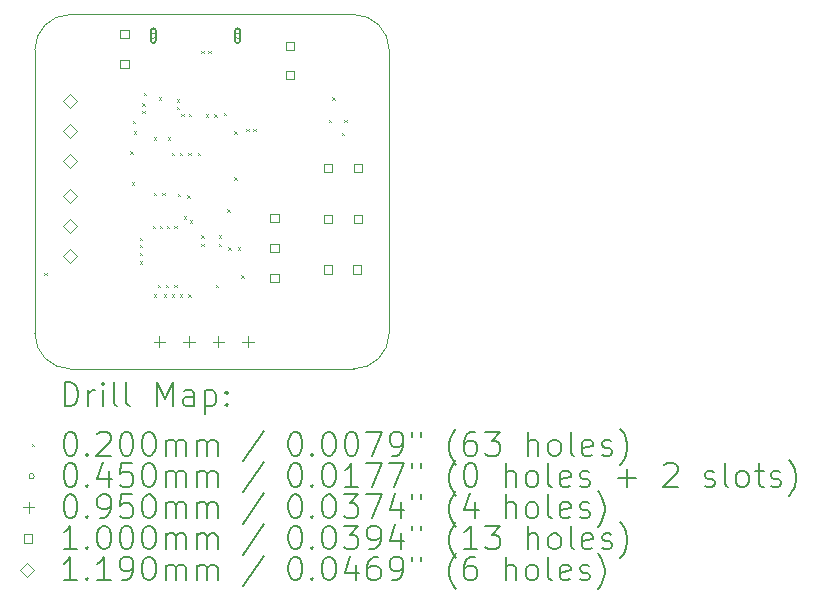
<source format=gbr>
%TF.GenerationSoftware,KiCad,Pcbnew,(6.0.7)*%
%TF.CreationDate,2022-10-27T11:51:33+02:00*%
%TF.ProjectId,reservoirCon,72657365-7276-46f6-9972-436f6e2e6b69,rev?*%
%TF.SameCoordinates,Original*%
%TF.FileFunction,Drillmap*%
%TF.FilePolarity,Positive*%
%FSLAX45Y45*%
G04 Gerber Fmt 4.5, Leading zero omitted, Abs format (unit mm)*
G04 Created by KiCad (PCBNEW (6.0.7)) date 2022-10-27 11:51:33*
%MOMM*%
%LPD*%
G01*
G04 APERTURE LIST*
%ADD10C,0.100000*%
%ADD11C,0.200000*%
%ADD12C,0.020000*%
%ADD13C,0.045000*%
%ADD14C,0.095000*%
%ADD15C,0.119000*%
G04 APERTURE END LIST*
D10*
X16740000Y-9700000D02*
G75*
G03*
X16440000Y-9400000I-300000J0D01*
G01*
X16440000Y-12400000D02*
G75*
G03*
X16740000Y-12100000I0J300000D01*
G01*
X14040000Y-9400000D02*
G75*
G03*
X13740000Y-9700000I0J-300000D01*
G01*
X14040000Y-9400000D02*
X16440000Y-9400000D01*
X13740000Y-12100000D02*
G75*
G03*
X14040000Y-12400000I300000J0D01*
G01*
X13740000Y-12100000D02*
X13740000Y-9700000D01*
X14040000Y-12400000D02*
X16440000Y-12400000D01*
X16740000Y-12100000D02*
X16740000Y-9700000D01*
D11*
D12*
X13820000Y-11590000D02*
X13840000Y-11610000D01*
X13840000Y-11590000D02*
X13820000Y-11610000D01*
X14550000Y-10560000D02*
X14570000Y-10580000D01*
X14570000Y-10560000D02*
X14550000Y-10580000D01*
X14560000Y-10820000D02*
X14580000Y-10840000D01*
X14580000Y-10820000D02*
X14560000Y-10840000D01*
X14570000Y-10300756D02*
X14590000Y-10320756D01*
X14590000Y-10300756D02*
X14570000Y-10320756D01*
X14580000Y-10390000D02*
X14600000Y-10410000D01*
X14600000Y-10390000D02*
X14580000Y-10410000D01*
X14630000Y-11290000D02*
X14650000Y-11310000D01*
X14650000Y-11290000D02*
X14630000Y-11310000D01*
X14630000Y-11350000D02*
X14650000Y-11370000D01*
X14650000Y-11350000D02*
X14630000Y-11370000D01*
X14630000Y-11420000D02*
X14650000Y-11440000D01*
X14650000Y-11420000D02*
X14630000Y-11440000D01*
X14630000Y-11490000D02*
X14650000Y-11510000D01*
X14650000Y-11490000D02*
X14630000Y-11510000D01*
X14650000Y-10150756D02*
X14670000Y-10170756D01*
X14670000Y-10150756D02*
X14650000Y-10170756D01*
X14650000Y-10213406D02*
X14670000Y-10233406D01*
X14670000Y-10213406D02*
X14650000Y-10233406D01*
X14665471Y-10060756D02*
X14685471Y-10080756D01*
X14685471Y-10060756D02*
X14665471Y-10080756D01*
X14740000Y-11190000D02*
X14760000Y-11210000D01*
X14760000Y-11190000D02*
X14740000Y-11210000D01*
X14750000Y-10440000D02*
X14770000Y-10460000D01*
X14770000Y-10440000D02*
X14750000Y-10460000D01*
X14750000Y-10910000D02*
X14770000Y-10930000D01*
X14770000Y-10910000D02*
X14750000Y-10930000D01*
X14750000Y-11770000D02*
X14770000Y-11790000D01*
X14770000Y-11770000D02*
X14750000Y-11790000D01*
X14780000Y-11690000D02*
X14800000Y-11710000D01*
X14800000Y-11690000D02*
X14780000Y-11710000D01*
X14790000Y-10100756D02*
X14810000Y-10120756D01*
X14810000Y-10100756D02*
X14790000Y-10120756D01*
X14800000Y-11190000D02*
X14820000Y-11210000D01*
X14820000Y-11190000D02*
X14800000Y-11210000D01*
X14820000Y-10910000D02*
X14840000Y-10930000D01*
X14840000Y-10910000D02*
X14820000Y-10930000D01*
X14830000Y-11770000D02*
X14850000Y-11790000D01*
X14850000Y-11770000D02*
X14830000Y-11790000D01*
X14850000Y-11690000D02*
X14870000Y-11710000D01*
X14870000Y-11690000D02*
X14850000Y-11710000D01*
X14860000Y-11190000D02*
X14880000Y-11210000D01*
X14880000Y-11190000D02*
X14860000Y-11210000D01*
X14864842Y-10440000D02*
X14884842Y-10460000D01*
X14884842Y-10440000D02*
X14864842Y-10460000D01*
X14900000Y-10570000D02*
X14920000Y-10590000D01*
X14920000Y-10570000D02*
X14900000Y-10590000D01*
X14900000Y-11770000D02*
X14920000Y-11790000D01*
X14920000Y-11770000D02*
X14900000Y-11790000D01*
X14920000Y-11190000D02*
X14940000Y-11210000D01*
X14940000Y-11190000D02*
X14920000Y-11210000D01*
X14920000Y-11690000D02*
X14940000Y-11710000D01*
X14940000Y-11690000D02*
X14920000Y-11710000D01*
X14940150Y-10119162D02*
X14960150Y-10139162D01*
X14960150Y-10119162D02*
X14940150Y-10139162D01*
X14941791Y-10181791D02*
X14961791Y-10201791D01*
X14961791Y-10181791D02*
X14941791Y-10201791D01*
X14950000Y-10920000D02*
X14970000Y-10940000D01*
X14970000Y-10920000D02*
X14950000Y-10940000D01*
X14970000Y-10570000D02*
X14990000Y-10590000D01*
X14990000Y-10570000D02*
X14970000Y-10590000D01*
X14970000Y-11770000D02*
X14990000Y-11790000D01*
X14990000Y-11770000D02*
X14970000Y-11790000D01*
X14980000Y-10240000D02*
X15000000Y-10260000D01*
X15000000Y-10240000D02*
X14980000Y-10260000D01*
X15000000Y-11110000D02*
X15020000Y-11130000D01*
X15020000Y-11110000D02*
X15000000Y-11130000D01*
X15030000Y-10930000D02*
X15050000Y-10950000D01*
X15050000Y-10930000D02*
X15030000Y-10950000D01*
X15040000Y-10570000D02*
X15060000Y-10590000D01*
X15060000Y-10570000D02*
X15040000Y-10590000D01*
X15040000Y-11770000D02*
X15060000Y-11790000D01*
X15060000Y-11770000D02*
X15040000Y-11790000D01*
X15042650Y-10240000D02*
X15062650Y-10260000D01*
X15062650Y-10240000D02*
X15042650Y-10260000D01*
X15053722Y-11142233D02*
X15073722Y-11162233D01*
X15073722Y-11142233D02*
X15053722Y-11162233D01*
X15120000Y-10570000D02*
X15140000Y-10590000D01*
X15140000Y-10570000D02*
X15120000Y-10590000D01*
X15150000Y-9710000D02*
X15170000Y-9730000D01*
X15170000Y-9710000D02*
X15150000Y-9730000D01*
X15150000Y-11270000D02*
X15170000Y-11290000D01*
X15170000Y-11270000D02*
X15150000Y-11290000D01*
X15150000Y-11340000D02*
X15170000Y-11360000D01*
X15170000Y-11340000D02*
X15150000Y-11360000D01*
X15190000Y-10245538D02*
X15210000Y-10265538D01*
X15210000Y-10245538D02*
X15190000Y-10265538D01*
X15210000Y-9710000D02*
X15230000Y-9730000D01*
X15230000Y-9710000D02*
X15210000Y-9730000D01*
X15260000Y-10244850D02*
X15280000Y-10264850D01*
X15280000Y-10244850D02*
X15260000Y-10264850D01*
X15270000Y-11690000D02*
X15290000Y-11710000D01*
X15290000Y-11690000D02*
X15270000Y-11710000D01*
X15300000Y-11270000D02*
X15320000Y-11290000D01*
X15320000Y-11270000D02*
X15300000Y-11290000D01*
X15300000Y-11340000D02*
X15320000Y-11360000D01*
X15320000Y-11340000D02*
X15300000Y-11360000D01*
X15340000Y-10230000D02*
X15360000Y-10250000D01*
X15360000Y-10230000D02*
X15340000Y-10250000D01*
X15370000Y-11050000D02*
X15390000Y-11070000D01*
X15390000Y-11050000D02*
X15370000Y-11070000D01*
X15380000Y-11370000D02*
X15400000Y-11390000D01*
X15400000Y-11370000D02*
X15380000Y-11390000D01*
X15430000Y-10390000D02*
X15450000Y-10410000D01*
X15450000Y-10390000D02*
X15430000Y-10410000D01*
X15430000Y-10780000D02*
X15450000Y-10800000D01*
X15450000Y-10780000D02*
X15430000Y-10800000D01*
X15460000Y-11370000D02*
X15480000Y-11390000D01*
X15480000Y-11370000D02*
X15460000Y-11390000D01*
X15490000Y-11607500D02*
X15510000Y-11627500D01*
X15510000Y-11607500D02*
X15490000Y-11627500D01*
X15530000Y-10370000D02*
X15550000Y-10390000D01*
X15550000Y-10370000D02*
X15530000Y-10390000D01*
X15590000Y-10370000D02*
X15610000Y-10390000D01*
X15610000Y-10370000D02*
X15590000Y-10390000D01*
X16230000Y-10290000D02*
X16250000Y-10310000D01*
X16250000Y-10290000D02*
X16230000Y-10310000D01*
X16260000Y-10100000D02*
X16280000Y-10120000D01*
X16280000Y-10100000D02*
X16260000Y-10120000D01*
X16340925Y-10399500D02*
X16360925Y-10419500D01*
X16360925Y-10399500D02*
X16340925Y-10419500D01*
X16360000Y-10290000D02*
X16380000Y-10310000D01*
X16380000Y-10290000D02*
X16360000Y-10310000D01*
D13*
X14765000Y-9580000D02*
G75*
G03*
X14765000Y-9580000I-22500J0D01*
G01*
D11*
X14765000Y-9620000D02*
X14765000Y-9540000D01*
X14720000Y-9620000D02*
X14720000Y-9540000D01*
X14765000Y-9540000D02*
G75*
G03*
X14720000Y-9540000I-22500J0D01*
G01*
X14720000Y-9620000D02*
G75*
G03*
X14765000Y-9620000I22500J0D01*
G01*
D13*
X15480000Y-9580000D02*
G75*
G03*
X15480000Y-9580000I-22500J0D01*
G01*
D11*
X15435000Y-9540000D02*
X15435000Y-9620000D01*
X15480000Y-9540000D02*
X15480000Y-9620000D01*
X15435000Y-9620000D02*
G75*
G03*
X15480000Y-9620000I22500J0D01*
G01*
X15480000Y-9540000D02*
G75*
G03*
X15435000Y-9540000I-22500J0D01*
G01*
D14*
X14795000Y-12122500D02*
X14795000Y-12217500D01*
X14747500Y-12170000D02*
X14842500Y-12170000D01*
X15045000Y-12122500D02*
X15045000Y-12217500D01*
X14997500Y-12170000D02*
X15092500Y-12170000D01*
X15295000Y-12122500D02*
X15295000Y-12217500D01*
X15247500Y-12170000D02*
X15342500Y-12170000D01*
X15545000Y-12122500D02*
X15545000Y-12217500D01*
X15497500Y-12170000D02*
X15592500Y-12170000D01*
D10*
X14535356Y-9601356D02*
X14535356Y-9530644D01*
X14464644Y-9530644D01*
X14464644Y-9601356D01*
X14535356Y-9601356D01*
X14535356Y-9855356D02*
X14535356Y-9784644D01*
X14464644Y-9784644D01*
X14464644Y-9855356D01*
X14535356Y-9855356D01*
X15805356Y-11159856D02*
X15805356Y-11089144D01*
X15734644Y-11089144D01*
X15734644Y-11159856D01*
X15805356Y-11159856D01*
X15805356Y-11413856D02*
X15805356Y-11343144D01*
X15734644Y-11343144D01*
X15734644Y-11413856D01*
X15805356Y-11413856D01*
X15805356Y-11667856D02*
X15805356Y-11597144D01*
X15734644Y-11597144D01*
X15734644Y-11667856D01*
X15805356Y-11667856D01*
X15935356Y-9700356D02*
X15935356Y-9629644D01*
X15864644Y-9629644D01*
X15864644Y-9700356D01*
X15935356Y-9700356D01*
X15935356Y-9950356D02*
X15935356Y-9879644D01*
X15864644Y-9879644D01*
X15864644Y-9950356D01*
X15935356Y-9950356D01*
X16255356Y-11595356D02*
X16255356Y-11524644D01*
X16184644Y-11524644D01*
X16184644Y-11595356D01*
X16255356Y-11595356D01*
X16260356Y-10735356D02*
X16260356Y-10664644D01*
X16189644Y-10664644D01*
X16189644Y-10735356D01*
X16260356Y-10735356D01*
X16260356Y-11165356D02*
X16260356Y-11094644D01*
X16189644Y-11094644D01*
X16189644Y-11165356D01*
X16260356Y-11165356D01*
X16505356Y-11595356D02*
X16505356Y-11524644D01*
X16434644Y-11524644D01*
X16434644Y-11595356D01*
X16505356Y-11595356D01*
X16510356Y-10735356D02*
X16510356Y-10664644D01*
X16439644Y-10664644D01*
X16439644Y-10735356D01*
X16510356Y-10735356D01*
X16510356Y-11165356D02*
X16510356Y-11094644D01*
X16439644Y-11094644D01*
X16439644Y-11165356D01*
X16510356Y-11165356D01*
D15*
X14042000Y-10195500D02*
X14101500Y-10136000D01*
X14042000Y-10076500D01*
X13982500Y-10136000D01*
X14042000Y-10195500D01*
X14042000Y-10449500D02*
X14101500Y-10390000D01*
X14042000Y-10330500D01*
X13982500Y-10390000D01*
X14042000Y-10449500D01*
X14042000Y-10703500D02*
X14101500Y-10644000D01*
X14042000Y-10584500D01*
X13982500Y-10644000D01*
X14042000Y-10703500D01*
X14042000Y-10995500D02*
X14101500Y-10936000D01*
X14042000Y-10876500D01*
X13982500Y-10936000D01*
X14042000Y-10995500D01*
X14042000Y-11249500D02*
X14101500Y-11190000D01*
X14042000Y-11130500D01*
X13982500Y-11190000D01*
X14042000Y-11249500D01*
X14042000Y-11503500D02*
X14101500Y-11444000D01*
X14042000Y-11384500D01*
X13982500Y-11444000D01*
X14042000Y-11503500D01*
D11*
X13992619Y-12715476D02*
X13992619Y-12515476D01*
X14040238Y-12515476D01*
X14068809Y-12525000D01*
X14087857Y-12544048D01*
X14097381Y-12563095D01*
X14106905Y-12601190D01*
X14106905Y-12629762D01*
X14097381Y-12667857D01*
X14087857Y-12686905D01*
X14068809Y-12705952D01*
X14040238Y-12715476D01*
X13992619Y-12715476D01*
X14192619Y-12715476D02*
X14192619Y-12582143D01*
X14192619Y-12620238D02*
X14202143Y-12601190D01*
X14211667Y-12591667D01*
X14230714Y-12582143D01*
X14249762Y-12582143D01*
X14316428Y-12715476D02*
X14316428Y-12582143D01*
X14316428Y-12515476D02*
X14306905Y-12525000D01*
X14316428Y-12534524D01*
X14325952Y-12525000D01*
X14316428Y-12515476D01*
X14316428Y-12534524D01*
X14440238Y-12715476D02*
X14421190Y-12705952D01*
X14411667Y-12686905D01*
X14411667Y-12515476D01*
X14545000Y-12715476D02*
X14525952Y-12705952D01*
X14516428Y-12686905D01*
X14516428Y-12515476D01*
X14773571Y-12715476D02*
X14773571Y-12515476D01*
X14840238Y-12658333D01*
X14906905Y-12515476D01*
X14906905Y-12715476D01*
X15087857Y-12715476D02*
X15087857Y-12610714D01*
X15078333Y-12591667D01*
X15059286Y-12582143D01*
X15021190Y-12582143D01*
X15002143Y-12591667D01*
X15087857Y-12705952D02*
X15068809Y-12715476D01*
X15021190Y-12715476D01*
X15002143Y-12705952D01*
X14992619Y-12686905D01*
X14992619Y-12667857D01*
X15002143Y-12648809D01*
X15021190Y-12639286D01*
X15068809Y-12639286D01*
X15087857Y-12629762D01*
X15183095Y-12582143D02*
X15183095Y-12782143D01*
X15183095Y-12591667D02*
X15202143Y-12582143D01*
X15240238Y-12582143D01*
X15259286Y-12591667D01*
X15268809Y-12601190D01*
X15278333Y-12620238D01*
X15278333Y-12677381D01*
X15268809Y-12696428D01*
X15259286Y-12705952D01*
X15240238Y-12715476D01*
X15202143Y-12715476D01*
X15183095Y-12705952D01*
X15364048Y-12696428D02*
X15373571Y-12705952D01*
X15364048Y-12715476D01*
X15354524Y-12705952D01*
X15364048Y-12696428D01*
X15364048Y-12715476D01*
X15364048Y-12591667D02*
X15373571Y-12601190D01*
X15364048Y-12610714D01*
X15354524Y-12601190D01*
X15364048Y-12591667D01*
X15364048Y-12610714D01*
D12*
X13715000Y-13035000D02*
X13735000Y-13055000D01*
X13735000Y-13035000D02*
X13715000Y-13055000D01*
D11*
X14030714Y-12935476D02*
X14049762Y-12935476D01*
X14068809Y-12945000D01*
X14078333Y-12954524D01*
X14087857Y-12973571D01*
X14097381Y-13011667D01*
X14097381Y-13059286D01*
X14087857Y-13097381D01*
X14078333Y-13116428D01*
X14068809Y-13125952D01*
X14049762Y-13135476D01*
X14030714Y-13135476D01*
X14011667Y-13125952D01*
X14002143Y-13116428D01*
X13992619Y-13097381D01*
X13983095Y-13059286D01*
X13983095Y-13011667D01*
X13992619Y-12973571D01*
X14002143Y-12954524D01*
X14011667Y-12945000D01*
X14030714Y-12935476D01*
X14183095Y-13116428D02*
X14192619Y-13125952D01*
X14183095Y-13135476D01*
X14173571Y-13125952D01*
X14183095Y-13116428D01*
X14183095Y-13135476D01*
X14268809Y-12954524D02*
X14278333Y-12945000D01*
X14297381Y-12935476D01*
X14345000Y-12935476D01*
X14364048Y-12945000D01*
X14373571Y-12954524D01*
X14383095Y-12973571D01*
X14383095Y-12992619D01*
X14373571Y-13021190D01*
X14259286Y-13135476D01*
X14383095Y-13135476D01*
X14506905Y-12935476D02*
X14525952Y-12935476D01*
X14545000Y-12945000D01*
X14554524Y-12954524D01*
X14564048Y-12973571D01*
X14573571Y-13011667D01*
X14573571Y-13059286D01*
X14564048Y-13097381D01*
X14554524Y-13116428D01*
X14545000Y-13125952D01*
X14525952Y-13135476D01*
X14506905Y-13135476D01*
X14487857Y-13125952D01*
X14478333Y-13116428D01*
X14468809Y-13097381D01*
X14459286Y-13059286D01*
X14459286Y-13011667D01*
X14468809Y-12973571D01*
X14478333Y-12954524D01*
X14487857Y-12945000D01*
X14506905Y-12935476D01*
X14697381Y-12935476D02*
X14716428Y-12935476D01*
X14735476Y-12945000D01*
X14745000Y-12954524D01*
X14754524Y-12973571D01*
X14764048Y-13011667D01*
X14764048Y-13059286D01*
X14754524Y-13097381D01*
X14745000Y-13116428D01*
X14735476Y-13125952D01*
X14716428Y-13135476D01*
X14697381Y-13135476D01*
X14678333Y-13125952D01*
X14668809Y-13116428D01*
X14659286Y-13097381D01*
X14649762Y-13059286D01*
X14649762Y-13011667D01*
X14659286Y-12973571D01*
X14668809Y-12954524D01*
X14678333Y-12945000D01*
X14697381Y-12935476D01*
X14849762Y-13135476D02*
X14849762Y-13002143D01*
X14849762Y-13021190D02*
X14859286Y-13011667D01*
X14878333Y-13002143D01*
X14906905Y-13002143D01*
X14925952Y-13011667D01*
X14935476Y-13030714D01*
X14935476Y-13135476D01*
X14935476Y-13030714D02*
X14945000Y-13011667D01*
X14964048Y-13002143D01*
X14992619Y-13002143D01*
X15011667Y-13011667D01*
X15021190Y-13030714D01*
X15021190Y-13135476D01*
X15116428Y-13135476D02*
X15116428Y-13002143D01*
X15116428Y-13021190D02*
X15125952Y-13011667D01*
X15145000Y-13002143D01*
X15173571Y-13002143D01*
X15192619Y-13011667D01*
X15202143Y-13030714D01*
X15202143Y-13135476D01*
X15202143Y-13030714D02*
X15211667Y-13011667D01*
X15230714Y-13002143D01*
X15259286Y-13002143D01*
X15278333Y-13011667D01*
X15287857Y-13030714D01*
X15287857Y-13135476D01*
X15678333Y-12925952D02*
X15506905Y-13183095D01*
X15935476Y-12935476D02*
X15954524Y-12935476D01*
X15973571Y-12945000D01*
X15983095Y-12954524D01*
X15992619Y-12973571D01*
X16002143Y-13011667D01*
X16002143Y-13059286D01*
X15992619Y-13097381D01*
X15983095Y-13116428D01*
X15973571Y-13125952D01*
X15954524Y-13135476D01*
X15935476Y-13135476D01*
X15916428Y-13125952D01*
X15906905Y-13116428D01*
X15897381Y-13097381D01*
X15887857Y-13059286D01*
X15887857Y-13011667D01*
X15897381Y-12973571D01*
X15906905Y-12954524D01*
X15916428Y-12945000D01*
X15935476Y-12935476D01*
X16087857Y-13116428D02*
X16097381Y-13125952D01*
X16087857Y-13135476D01*
X16078333Y-13125952D01*
X16087857Y-13116428D01*
X16087857Y-13135476D01*
X16221190Y-12935476D02*
X16240238Y-12935476D01*
X16259286Y-12945000D01*
X16268809Y-12954524D01*
X16278333Y-12973571D01*
X16287857Y-13011667D01*
X16287857Y-13059286D01*
X16278333Y-13097381D01*
X16268809Y-13116428D01*
X16259286Y-13125952D01*
X16240238Y-13135476D01*
X16221190Y-13135476D01*
X16202143Y-13125952D01*
X16192619Y-13116428D01*
X16183095Y-13097381D01*
X16173571Y-13059286D01*
X16173571Y-13011667D01*
X16183095Y-12973571D01*
X16192619Y-12954524D01*
X16202143Y-12945000D01*
X16221190Y-12935476D01*
X16411667Y-12935476D02*
X16430714Y-12935476D01*
X16449762Y-12945000D01*
X16459286Y-12954524D01*
X16468809Y-12973571D01*
X16478333Y-13011667D01*
X16478333Y-13059286D01*
X16468809Y-13097381D01*
X16459286Y-13116428D01*
X16449762Y-13125952D01*
X16430714Y-13135476D01*
X16411667Y-13135476D01*
X16392619Y-13125952D01*
X16383095Y-13116428D01*
X16373571Y-13097381D01*
X16364048Y-13059286D01*
X16364048Y-13011667D01*
X16373571Y-12973571D01*
X16383095Y-12954524D01*
X16392619Y-12945000D01*
X16411667Y-12935476D01*
X16545000Y-12935476D02*
X16678333Y-12935476D01*
X16592619Y-13135476D01*
X16764048Y-13135476D02*
X16802143Y-13135476D01*
X16821190Y-13125952D01*
X16830714Y-13116428D01*
X16849762Y-13087857D01*
X16859286Y-13049762D01*
X16859286Y-12973571D01*
X16849762Y-12954524D01*
X16840238Y-12945000D01*
X16821190Y-12935476D01*
X16783095Y-12935476D01*
X16764048Y-12945000D01*
X16754524Y-12954524D01*
X16745000Y-12973571D01*
X16745000Y-13021190D01*
X16754524Y-13040238D01*
X16764048Y-13049762D01*
X16783095Y-13059286D01*
X16821190Y-13059286D01*
X16840238Y-13049762D01*
X16849762Y-13040238D01*
X16859286Y-13021190D01*
X16935476Y-12935476D02*
X16935476Y-12973571D01*
X17011667Y-12935476D02*
X17011667Y-12973571D01*
X17306905Y-13211667D02*
X17297381Y-13202143D01*
X17278333Y-13173571D01*
X17268810Y-13154524D01*
X17259286Y-13125952D01*
X17249762Y-13078333D01*
X17249762Y-13040238D01*
X17259286Y-12992619D01*
X17268810Y-12964048D01*
X17278333Y-12945000D01*
X17297381Y-12916428D01*
X17306905Y-12906905D01*
X17468810Y-12935476D02*
X17430714Y-12935476D01*
X17411667Y-12945000D01*
X17402143Y-12954524D01*
X17383095Y-12983095D01*
X17373571Y-13021190D01*
X17373571Y-13097381D01*
X17383095Y-13116428D01*
X17392619Y-13125952D01*
X17411667Y-13135476D01*
X17449762Y-13135476D01*
X17468810Y-13125952D01*
X17478333Y-13116428D01*
X17487857Y-13097381D01*
X17487857Y-13049762D01*
X17478333Y-13030714D01*
X17468810Y-13021190D01*
X17449762Y-13011667D01*
X17411667Y-13011667D01*
X17392619Y-13021190D01*
X17383095Y-13030714D01*
X17373571Y-13049762D01*
X17554524Y-12935476D02*
X17678333Y-12935476D01*
X17611667Y-13011667D01*
X17640238Y-13011667D01*
X17659286Y-13021190D01*
X17668810Y-13030714D01*
X17678333Y-13049762D01*
X17678333Y-13097381D01*
X17668810Y-13116428D01*
X17659286Y-13125952D01*
X17640238Y-13135476D01*
X17583095Y-13135476D01*
X17564048Y-13125952D01*
X17554524Y-13116428D01*
X17916429Y-13135476D02*
X17916429Y-12935476D01*
X18002143Y-13135476D02*
X18002143Y-13030714D01*
X17992619Y-13011667D01*
X17973571Y-13002143D01*
X17945000Y-13002143D01*
X17925952Y-13011667D01*
X17916429Y-13021190D01*
X18125952Y-13135476D02*
X18106905Y-13125952D01*
X18097381Y-13116428D01*
X18087857Y-13097381D01*
X18087857Y-13040238D01*
X18097381Y-13021190D01*
X18106905Y-13011667D01*
X18125952Y-13002143D01*
X18154524Y-13002143D01*
X18173571Y-13011667D01*
X18183095Y-13021190D01*
X18192619Y-13040238D01*
X18192619Y-13097381D01*
X18183095Y-13116428D01*
X18173571Y-13125952D01*
X18154524Y-13135476D01*
X18125952Y-13135476D01*
X18306905Y-13135476D02*
X18287857Y-13125952D01*
X18278333Y-13106905D01*
X18278333Y-12935476D01*
X18459286Y-13125952D02*
X18440238Y-13135476D01*
X18402143Y-13135476D01*
X18383095Y-13125952D01*
X18373571Y-13106905D01*
X18373571Y-13030714D01*
X18383095Y-13011667D01*
X18402143Y-13002143D01*
X18440238Y-13002143D01*
X18459286Y-13011667D01*
X18468810Y-13030714D01*
X18468810Y-13049762D01*
X18373571Y-13068809D01*
X18545000Y-13125952D02*
X18564048Y-13135476D01*
X18602143Y-13135476D01*
X18621190Y-13125952D01*
X18630714Y-13106905D01*
X18630714Y-13097381D01*
X18621190Y-13078333D01*
X18602143Y-13068809D01*
X18573571Y-13068809D01*
X18554524Y-13059286D01*
X18545000Y-13040238D01*
X18545000Y-13030714D01*
X18554524Y-13011667D01*
X18573571Y-13002143D01*
X18602143Y-13002143D01*
X18621190Y-13011667D01*
X18697381Y-13211667D02*
X18706905Y-13202143D01*
X18725952Y-13173571D01*
X18735476Y-13154524D01*
X18745000Y-13125952D01*
X18754524Y-13078333D01*
X18754524Y-13040238D01*
X18745000Y-12992619D01*
X18735476Y-12964048D01*
X18725952Y-12945000D01*
X18706905Y-12916428D01*
X18697381Y-12906905D01*
D13*
X13735000Y-13309000D02*
G75*
G03*
X13735000Y-13309000I-22500J0D01*
G01*
D11*
X14030714Y-13199476D02*
X14049762Y-13199476D01*
X14068809Y-13209000D01*
X14078333Y-13218524D01*
X14087857Y-13237571D01*
X14097381Y-13275667D01*
X14097381Y-13323286D01*
X14087857Y-13361381D01*
X14078333Y-13380428D01*
X14068809Y-13389952D01*
X14049762Y-13399476D01*
X14030714Y-13399476D01*
X14011667Y-13389952D01*
X14002143Y-13380428D01*
X13992619Y-13361381D01*
X13983095Y-13323286D01*
X13983095Y-13275667D01*
X13992619Y-13237571D01*
X14002143Y-13218524D01*
X14011667Y-13209000D01*
X14030714Y-13199476D01*
X14183095Y-13380428D02*
X14192619Y-13389952D01*
X14183095Y-13399476D01*
X14173571Y-13389952D01*
X14183095Y-13380428D01*
X14183095Y-13399476D01*
X14364048Y-13266143D02*
X14364048Y-13399476D01*
X14316428Y-13189952D02*
X14268809Y-13332809D01*
X14392619Y-13332809D01*
X14564048Y-13199476D02*
X14468809Y-13199476D01*
X14459286Y-13294714D01*
X14468809Y-13285190D01*
X14487857Y-13275667D01*
X14535476Y-13275667D01*
X14554524Y-13285190D01*
X14564048Y-13294714D01*
X14573571Y-13313762D01*
X14573571Y-13361381D01*
X14564048Y-13380428D01*
X14554524Y-13389952D01*
X14535476Y-13399476D01*
X14487857Y-13399476D01*
X14468809Y-13389952D01*
X14459286Y-13380428D01*
X14697381Y-13199476D02*
X14716428Y-13199476D01*
X14735476Y-13209000D01*
X14745000Y-13218524D01*
X14754524Y-13237571D01*
X14764048Y-13275667D01*
X14764048Y-13323286D01*
X14754524Y-13361381D01*
X14745000Y-13380428D01*
X14735476Y-13389952D01*
X14716428Y-13399476D01*
X14697381Y-13399476D01*
X14678333Y-13389952D01*
X14668809Y-13380428D01*
X14659286Y-13361381D01*
X14649762Y-13323286D01*
X14649762Y-13275667D01*
X14659286Y-13237571D01*
X14668809Y-13218524D01*
X14678333Y-13209000D01*
X14697381Y-13199476D01*
X14849762Y-13399476D02*
X14849762Y-13266143D01*
X14849762Y-13285190D02*
X14859286Y-13275667D01*
X14878333Y-13266143D01*
X14906905Y-13266143D01*
X14925952Y-13275667D01*
X14935476Y-13294714D01*
X14935476Y-13399476D01*
X14935476Y-13294714D02*
X14945000Y-13275667D01*
X14964048Y-13266143D01*
X14992619Y-13266143D01*
X15011667Y-13275667D01*
X15021190Y-13294714D01*
X15021190Y-13399476D01*
X15116428Y-13399476D02*
X15116428Y-13266143D01*
X15116428Y-13285190D02*
X15125952Y-13275667D01*
X15145000Y-13266143D01*
X15173571Y-13266143D01*
X15192619Y-13275667D01*
X15202143Y-13294714D01*
X15202143Y-13399476D01*
X15202143Y-13294714D02*
X15211667Y-13275667D01*
X15230714Y-13266143D01*
X15259286Y-13266143D01*
X15278333Y-13275667D01*
X15287857Y-13294714D01*
X15287857Y-13399476D01*
X15678333Y-13189952D02*
X15506905Y-13447095D01*
X15935476Y-13199476D02*
X15954524Y-13199476D01*
X15973571Y-13209000D01*
X15983095Y-13218524D01*
X15992619Y-13237571D01*
X16002143Y-13275667D01*
X16002143Y-13323286D01*
X15992619Y-13361381D01*
X15983095Y-13380428D01*
X15973571Y-13389952D01*
X15954524Y-13399476D01*
X15935476Y-13399476D01*
X15916428Y-13389952D01*
X15906905Y-13380428D01*
X15897381Y-13361381D01*
X15887857Y-13323286D01*
X15887857Y-13275667D01*
X15897381Y-13237571D01*
X15906905Y-13218524D01*
X15916428Y-13209000D01*
X15935476Y-13199476D01*
X16087857Y-13380428D02*
X16097381Y-13389952D01*
X16087857Y-13399476D01*
X16078333Y-13389952D01*
X16087857Y-13380428D01*
X16087857Y-13399476D01*
X16221190Y-13199476D02*
X16240238Y-13199476D01*
X16259286Y-13209000D01*
X16268809Y-13218524D01*
X16278333Y-13237571D01*
X16287857Y-13275667D01*
X16287857Y-13323286D01*
X16278333Y-13361381D01*
X16268809Y-13380428D01*
X16259286Y-13389952D01*
X16240238Y-13399476D01*
X16221190Y-13399476D01*
X16202143Y-13389952D01*
X16192619Y-13380428D01*
X16183095Y-13361381D01*
X16173571Y-13323286D01*
X16173571Y-13275667D01*
X16183095Y-13237571D01*
X16192619Y-13218524D01*
X16202143Y-13209000D01*
X16221190Y-13199476D01*
X16478333Y-13399476D02*
X16364048Y-13399476D01*
X16421190Y-13399476D02*
X16421190Y-13199476D01*
X16402143Y-13228048D01*
X16383095Y-13247095D01*
X16364048Y-13256619D01*
X16545000Y-13199476D02*
X16678333Y-13199476D01*
X16592619Y-13399476D01*
X16735476Y-13199476D02*
X16868810Y-13199476D01*
X16783095Y-13399476D01*
X16935476Y-13199476D02*
X16935476Y-13237571D01*
X17011667Y-13199476D02*
X17011667Y-13237571D01*
X17306905Y-13475667D02*
X17297381Y-13466143D01*
X17278333Y-13437571D01*
X17268810Y-13418524D01*
X17259286Y-13389952D01*
X17249762Y-13342333D01*
X17249762Y-13304238D01*
X17259286Y-13256619D01*
X17268810Y-13228048D01*
X17278333Y-13209000D01*
X17297381Y-13180428D01*
X17306905Y-13170905D01*
X17421190Y-13199476D02*
X17440238Y-13199476D01*
X17459286Y-13209000D01*
X17468810Y-13218524D01*
X17478333Y-13237571D01*
X17487857Y-13275667D01*
X17487857Y-13323286D01*
X17478333Y-13361381D01*
X17468810Y-13380428D01*
X17459286Y-13389952D01*
X17440238Y-13399476D01*
X17421190Y-13399476D01*
X17402143Y-13389952D01*
X17392619Y-13380428D01*
X17383095Y-13361381D01*
X17373571Y-13323286D01*
X17373571Y-13275667D01*
X17383095Y-13237571D01*
X17392619Y-13218524D01*
X17402143Y-13209000D01*
X17421190Y-13199476D01*
X17725952Y-13399476D02*
X17725952Y-13199476D01*
X17811667Y-13399476D02*
X17811667Y-13294714D01*
X17802143Y-13275667D01*
X17783095Y-13266143D01*
X17754524Y-13266143D01*
X17735476Y-13275667D01*
X17725952Y-13285190D01*
X17935476Y-13399476D02*
X17916429Y-13389952D01*
X17906905Y-13380428D01*
X17897381Y-13361381D01*
X17897381Y-13304238D01*
X17906905Y-13285190D01*
X17916429Y-13275667D01*
X17935476Y-13266143D01*
X17964048Y-13266143D01*
X17983095Y-13275667D01*
X17992619Y-13285190D01*
X18002143Y-13304238D01*
X18002143Y-13361381D01*
X17992619Y-13380428D01*
X17983095Y-13389952D01*
X17964048Y-13399476D01*
X17935476Y-13399476D01*
X18116429Y-13399476D02*
X18097381Y-13389952D01*
X18087857Y-13370905D01*
X18087857Y-13199476D01*
X18268810Y-13389952D02*
X18249762Y-13399476D01*
X18211667Y-13399476D01*
X18192619Y-13389952D01*
X18183095Y-13370905D01*
X18183095Y-13294714D01*
X18192619Y-13275667D01*
X18211667Y-13266143D01*
X18249762Y-13266143D01*
X18268810Y-13275667D01*
X18278333Y-13294714D01*
X18278333Y-13313762D01*
X18183095Y-13332809D01*
X18354524Y-13389952D02*
X18373571Y-13399476D01*
X18411667Y-13399476D01*
X18430714Y-13389952D01*
X18440238Y-13370905D01*
X18440238Y-13361381D01*
X18430714Y-13342333D01*
X18411667Y-13332809D01*
X18383095Y-13332809D01*
X18364048Y-13323286D01*
X18354524Y-13304238D01*
X18354524Y-13294714D01*
X18364048Y-13275667D01*
X18383095Y-13266143D01*
X18411667Y-13266143D01*
X18430714Y-13275667D01*
X18678333Y-13323286D02*
X18830714Y-13323286D01*
X18754524Y-13399476D02*
X18754524Y-13247095D01*
X19068810Y-13218524D02*
X19078333Y-13209000D01*
X19097381Y-13199476D01*
X19145000Y-13199476D01*
X19164048Y-13209000D01*
X19173571Y-13218524D01*
X19183095Y-13237571D01*
X19183095Y-13256619D01*
X19173571Y-13285190D01*
X19059286Y-13399476D01*
X19183095Y-13399476D01*
X19411667Y-13389952D02*
X19430714Y-13399476D01*
X19468810Y-13399476D01*
X19487857Y-13389952D01*
X19497381Y-13370905D01*
X19497381Y-13361381D01*
X19487857Y-13342333D01*
X19468810Y-13332809D01*
X19440238Y-13332809D01*
X19421190Y-13323286D01*
X19411667Y-13304238D01*
X19411667Y-13294714D01*
X19421190Y-13275667D01*
X19440238Y-13266143D01*
X19468810Y-13266143D01*
X19487857Y-13275667D01*
X19611667Y-13399476D02*
X19592619Y-13389952D01*
X19583095Y-13370905D01*
X19583095Y-13199476D01*
X19716429Y-13399476D02*
X19697381Y-13389952D01*
X19687857Y-13380428D01*
X19678333Y-13361381D01*
X19678333Y-13304238D01*
X19687857Y-13285190D01*
X19697381Y-13275667D01*
X19716429Y-13266143D01*
X19745000Y-13266143D01*
X19764048Y-13275667D01*
X19773571Y-13285190D01*
X19783095Y-13304238D01*
X19783095Y-13361381D01*
X19773571Y-13380428D01*
X19764048Y-13389952D01*
X19745000Y-13399476D01*
X19716429Y-13399476D01*
X19840238Y-13266143D02*
X19916429Y-13266143D01*
X19868810Y-13199476D02*
X19868810Y-13370905D01*
X19878333Y-13389952D01*
X19897381Y-13399476D01*
X19916429Y-13399476D01*
X19973571Y-13389952D02*
X19992619Y-13399476D01*
X20030714Y-13399476D01*
X20049762Y-13389952D01*
X20059286Y-13370905D01*
X20059286Y-13361381D01*
X20049762Y-13342333D01*
X20030714Y-13332809D01*
X20002143Y-13332809D01*
X19983095Y-13323286D01*
X19973571Y-13304238D01*
X19973571Y-13294714D01*
X19983095Y-13275667D01*
X20002143Y-13266143D01*
X20030714Y-13266143D01*
X20049762Y-13275667D01*
X20125952Y-13475667D02*
X20135476Y-13466143D01*
X20154524Y-13437571D01*
X20164048Y-13418524D01*
X20173571Y-13389952D01*
X20183095Y-13342333D01*
X20183095Y-13304238D01*
X20173571Y-13256619D01*
X20164048Y-13228048D01*
X20154524Y-13209000D01*
X20135476Y-13180428D01*
X20125952Y-13170905D01*
D14*
X13687500Y-13525500D02*
X13687500Y-13620500D01*
X13640000Y-13573000D02*
X13735000Y-13573000D01*
D11*
X14030714Y-13463476D02*
X14049762Y-13463476D01*
X14068809Y-13473000D01*
X14078333Y-13482524D01*
X14087857Y-13501571D01*
X14097381Y-13539667D01*
X14097381Y-13587286D01*
X14087857Y-13625381D01*
X14078333Y-13644428D01*
X14068809Y-13653952D01*
X14049762Y-13663476D01*
X14030714Y-13663476D01*
X14011667Y-13653952D01*
X14002143Y-13644428D01*
X13992619Y-13625381D01*
X13983095Y-13587286D01*
X13983095Y-13539667D01*
X13992619Y-13501571D01*
X14002143Y-13482524D01*
X14011667Y-13473000D01*
X14030714Y-13463476D01*
X14183095Y-13644428D02*
X14192619Y-13653952D01*
X14183095Y-13663476D01*
X14173571Y-13653952D01*
X14183095Y-13644428D01*
X14183095Y-13663476D01*
X14287857Y-13663476D02*
X14325952Y-13663476D01*
X14345000Y-13653952D01*
X14354524Y-13644428D01*
X14373571Y-13615857D01*
X14383095Y-13577762D01*
X14383095Y-13501571D01*
X14373571Y-13482524D01*
X14364048Y-13473000D01*
X14345000Y-13463476D01*
X14306905Y-13463476D01*
X14287857Y-13473000D01*
X14278333Y-13482524D01*
X14268809Y-13501571D01*
X14268809Y-13549190D01*
X14278333Y-13568238D01*
X14287857Y-13577762D01*
X14306905Y-13587286D01*
X14345000Y-13587286D01*
X14364048Y-13577762D01*
X14373571Y-13568238D01*
X14383095Y-13549190D01*
X14564048Y-13463476D02*
X14468809Y-13463476D01*
X14459286Y-13558714D01*
X14468809Y-13549190D01*
X14487857Y-13539667D01*
X14535476Y-13539667D01*
X14554524Y-13549190D01*
X14564048Y-13558714D01*
X14573571Y-13577762D01*
X14573571Y-13625381D01*
X14564048Y-13644428D01*
X14554524Y-13653952D01*
X14535476Y-13663476D01*
X14487857Y-13663476D01*
X14468809Y-13653952D01*
X14459286Y-13644428D01*
X14697381Y-13463476D02*
X14716428Y-13463476D01*
X14735476Y-13473000D01*
X14745000Y-13482524D01*
X14754524Y-13501571D01*
X14764048Y-13539667D01*
X14764048Y-13587286D01*
X14754524Y-13625381D01*
X14745000Y-13644428D01*
X14735476Y-13653952D01*
X14716428Y-13663476D01*
X14697381Y-13663476D01*
X14678333Y-13653952D01*
X14668809Y-13644428D01*
X14659286Y-13625381D01*
X14649762Y-13587286D01*
X14649762Y-13539667D01*
X14659286Y-13501571D01*
X14668809Y-13482524D01*
X14678333Y-13473000D01*
X14697381Y-13463476D01*
X14849762Y-13663476D02*
X14849762Y-13530143D01*
X14849762Y-13549190D02*
X14859286Y-13539667D01*
X14878333Y-13530143D01*
X14906905Y-13530143D01*
X14925952Y-13539667D01*
X14935476Y-13558714D01*
X14935476Y-13663476D01*
X14935476Y-13558714D02*
X14945000Y-13539667D01*
X14964048Y-13530143D01*
X14992619Y-13530143D01*
X15011667Y-13539667D01*
X15021190Y-13558714D01*
X15021190Y-13663476D01*
X15116428Y-13663476D02*
X15116428Y-13530143D01*
X15116428Y-13549190D02*
X15125952Y-13539667D01*
X15145000Y-13530143D01*
X15173571Y-13530143D01*
X15192619Y-13539667D01*
X15202143Y-13558714D01*
X15202143Y-13663476D01*
X15202143Y-13558714D02*
X15211667Y-13539667D01*
X15230714Y-13530143D01*
X15259286Y-13530143D01*
X15278333Y-13539667D01*
X15287857Y-13558714D01*
X15287857Y-13663476D01*
X15678333Y-13453952D02*
X15506905Y-13711095D01*
X15935476Y-13463476D02*
X15954524Y-13463476D01*
X15973571Y-13473000D01*
X15983095Y-13482524D01*
X15992619Y-13501571D01*
X16002143Y-13539667D01*
X16002143Y-13587286D01*
X15992619Y-13625381D01*
X15983095Y-13644428D01*
X15973571Y-13653952D01*
X15954524Y-13663476D01*
X15935476Y-13663476D01*
X15916428Y-13653952D01*
X15906905Y-13644428D01*
X15897381Y-13625381D01*
X15887857Y-13587286D01*
X15887857Y-13539667D01*
X15897381Y-13501571D01*
X15906905Y-13482524D01*
X15916428Y-13473000D01*
X15935476Y-13463476D01*
X16087857Y-13644428D02*
X16097381Y-13653952D01*
X16087857Y-13663476D01*
X16078333Y-13653952D01*
X16087857Y-13644428D01*
X16087857Y-13663476D01*
X16221190Y-13463476D02*
X16240238Y-13463476D01*
X16259286Y-13473000D01*
X16268809Y-13482524D01*
X16278333Y-13501571D01*
X16287857Y-13539667D01*
X16287857Y-13587286D01*
X16278333Y-13625381D01*
X16268809Y-13644428D01*
X16259286Y-13653952D01*
X16240238Y-13663476D01*
X16221190Y-13663476D01*
X16202143Y-13653952D01*
X16192619Y-13644428D01*
X16183095Y-13625381D01*
X16173571Y-13587286D01*
X16173571Y-13539667D01*
X16183095Y-13501571D01*
X16192619Y-13482524D01*
X16202143Y-13473000D01*
X16221190Y-13463476D01*
X16354524Y-13463476D02*
X16478333Y-13463476D01*
X16411667Y-13539667D01*
X16440238Y-13539667D01*
X16459286Y-13549190D01*
X16468809Y-13558714D01*
X16478333Y-13577762D01*
X16478333Y-13625381D01*
X16468809Y-13644428D01*
X16459286Y-13653952D01*
X16440238Y-13663476D01*
X16383095Y-13663476D01*
X16364048Y-13653952D01*
X16354524Y-13644428D01*
X16545000Y-13463476D02*
X16678333Y-13463476D01*
X16592619Y-13663476D01*
X16840238Y-13530143D02*
X16840238Y-13663476D01*
X16792619Y-13453952D02*
X16745000Y-13596809D01*
X16868810Y-13596809D01*
X16935476Y-13463476D02*
X16935476Y-13501571D01*
X17011667Y-13463476D02*
X17011667Y-13501571D01*
X17306905Y-13739667D02*
X17297381Y-13730143D01*
X17278333Y-13701571D01*
X17268810Y-13682524D01*
X17259286Y-13653952D01*
X17249762Y-13606333D01*
X17249762Y-13568238D01*
X17259286Y-13520619D01*
X17268810Y-13492048D01*
X17278333Y-13473000D01*
X17297381Y-13444428D01*
X17306905Y-13434905D01*
X17468810Y-13530143D02*
X17468810Y-13663476D01*
X17421190Y-13453952D02*
X17373571Y-13596809D01*
X17497381Y-13596809D01*
X17725952Y-13663476D02*
X17725952Y-13463476D01*
X17811667Y-13663476D02*
X17811667Y-13558714D01*
X17802143Y-13539667D01*
X17783095Y-13530143D01*
X17754524Y-13530143D01*
X17735476Y-13539667D01*
X17725952Y-13549190D01*
X17935476Y-13663476D02*
X17916429Y-13653952D01*
X17906905Y-13644428D01*
X17897381Y-13625381D01*
X17897381Y-13568238D01*
X17906905Y-13549190D01*
X17916429Y-13539667D01*
X17935476Y-13530143D01*
X17964048Y-13530143D01*
X17983095Y-13539667D01*
X17992619Y-13549190D01*
X18002143Y-13568238D01*
X18002143Y-13625381D01*
X17992619Y-13644428D01*
X17983095Y-13653952D01*
X17964048Y-13663476D01*
X17935476Y-13663476D01*
X18116429Y-13663476D02*
X18097381Y-13653952D01*
X18087857Y-13634905D01*
X18087857Y-13463476D01*
X18268810Y-13653952D02*
X18249762Y-13663476D01*
X18211667Y-13663476D01*
X18192619Y-13653952D01*
X18183095Y-13634905D01*
X18183095Y-13558714D01*
X18192619Y-13539667D01*
X18211667Y-13530143D01*
X18249762Y-13530143D01*
X18268810Y-13539667D01*
X18278333Y-13558714D01*
X18278333Y-13577762D01*
X18183095Y-13596809D01*
X18354524Y-13653952D02*
X18373571Y-13663476D01*
X18411667Y-13663476D01*
X18430714Y-13653952D01*
X18440238Y-13634905D01*
X18440238Y-13625381D01*
X18430714Y-13606333D01*
X18411667Y-13596809D01*
X18383095Y-13596809D01*
X18364048Y-13587286D01*
X18354524Y-13568238D01*
X18354524Y-13558714D01*
X18364048Y-13539667D01*
X18383095Y-13530143D01*
X18411667Y-13530143D01*
X18430714Y-13539667D01*
X18506905Y-13739667D02*
X18516429Y-13730143D01*
X18535476Y-13701571D01*
X18545000Y-13682524D01*
X18554524Y-13653952D01*
X18564048Y-13606333D01*
X18564048Y-13568238D01*
X18554524Y-13520619D01*
X18545000Y-13492048D01*
X18535476Y-13473000D01*
X18516429Y-13444428D01*
X18506905Y-13434905D01*
D10*
X13720356Y-13872356D02*
X13720356Y-13801644D01*
X13649644Y-13801644D01*
X13649644Y-13872356D01*
X13720356Y-13872356D01*
D11*
X14097381Y-13927476D02*
X13983095Y-13927476D01*
X14040238Y-13927476D02*
X14040238Y-13727476D01*
X14021190Y-13756048D01*
X14002143Y-13775095D01*
X13983095Y-13784619D01*
X14183095Y-13908428D02*
X14192619Y-13917952D01*
X14183095Y-13927476D01*
X14173571Y-13917952D01*
X14183095Y-13908428D01*
X14183095Y-13927476D01*
X14316428Y-13727476D02*
X14335476Y-13727476D01*
X14354524Y-13737000D01*
X14364048Y-13746524D01*
X14373571Y-13765571D01*
X14383095Y-13803667D01*
X14383095Y-13851286D01*
X14373571Y-13889381D01*
X14364048Y-13908428D01*
X14354524Y-13917952D01*
X14335476Y-13927476D01*
X14316428Y-13927476D01*
X14297381Y-13917952D01*
X14287857Y-13908428D01*
X14278333Y-13889381D01*
X14268809Y-13851286D01*
X14268809Y-13803667D01*
X14278333Y-13765571D01*
X14287857Y-13746524D01*
X14297381Y-13737000D01*
X14316428Y-13727476D01*
X14506905Y-13727476D02*
X14525952Y-13727476D01*
X14545000Y-13737000D01*
X14554524Y-13746524D01*
X14564048Y-13765571D01*
X14573571Y-13803667D01*
X14573571Y-13851286D01*
X14564048Y-13889381D01*
X14554524Y-13908428D01*
X14545000Y-13917952D01*
X14525952Y-13927476D01*
X14506905Y-13927476D01*
X14487857Y-13917952D01*
X14478333Y-13908428D01*
X14468809Y-13889381D01*
X14459286Y-13851286D01*
X14459286Y-13803667D01*
X14468809Y-13765571D01*
X14478333Y-13746524D01*
X14487857Y-13737000D01*
X14506905Y-13727476D01*
X14697381Y-13727476D02*
X14716428Y-13727476D01*
X14735476Y-13737000D01*
X14745000Y-13746524D01*
X14754524Y-13765571D01*
X14764048Y-13803667D01*
X14764048Y-13851286D01*
X14754524Y-13889381D01*
X14745000Y-13908428D01*
X14735476Y-13917952D01*
X14716428Y-13927476D01*
X14697381Y-13927476D01*
X14678333Y-13917952D01*
X14668809Y-13908428D01*
X14659286Y-13889381D01*
X14649762Y-13851286D01*
X14649762Y-13803667D01*
X14659286Y-13765571D01*
X14668809Y-13746524D01*
X14678333Y-13737000D01*
X14697381Y-13727476D01*
X14849762Y-13927476D02*
X14849762Y-13794143D01*
X14849762Y-13813190D02*
X14859286Y-13803667D01*
X14878333Y-13794143D01*
X14906905Y-13794143D01*
X14925952Y-13803667D01*
X14935476Y-13822714D01*
X14935476Y-13927476D01*
X14935476Y-13822714D02*
X14945000Y-13803667D01*
X14964048Y-13794143D01*
X14992619Y-13794143D01*
X15011667Y-13803667D01*
X15021190Y-13822714D01*
X15021190Y-13927476D01*
X15116428Y-13927476D02*
X15116428Y-13794143D01*
X15116428Y-13813190D02*
X15125952Y-13803667D01*
X15145000Y-13794143D01*
X15173571Y-13794143D01*
X15192619Y-13803667D01*
X15202143Y-13822714D01*
X15202143Y-13927476D01*
X15202143Y-13822714D02*
X15211667Y-13803667D01*
X15230714Y-13794143D01*
X15259286Y-13794143D01*
X15278333Y-13803667D01*
X15287857Y-13822714D01*
X15287857Y-13927476D01*
X15678333Y-13717952D02*
X15506905Y-13975095D01*
X15935476Y-13727476D02*
X15954524Y-13727476D01*
X15973571Y-13737000D01*
X15983095Y-13746524D01*
X15992619Y-13765571D01*
X16002143Y-13803667D01*
X16002143Y-13851286D01*
X15992619Y-13889381D01*
X15983095Y-13908428D01*
X15973571Y-13917952D01*
X15954524Y-13927476D01*
X15935476Y-13927476D01*
X15916428Y-13917952D01*
X15906905Y-13908428D01*
X15897381Y-13889381D01*
X15887857Y-13851286D01*
X15887857Y-13803667D01*
X15897381Y-13765571D01*
X15906905Y-13746524D01*
X15916428Y-13737000D01*
X15935476Y-13727476D01*
X16087857Y-13908428D02*
X16097381Y-13917952D01*
X16087857Y-13927476D01*
X16078333Y-13917952D01*
X16087857Y-13908428D01*
X16087857Y-13927476D01*
X16221190Y-13727476D02*
X16240238Y-13727476D01*
X16259286Y-13737000D01*
X16268809Y-13746524D01*
X16278333Y-13765571D01*
X16287857Y-13803667D01*
X16287857Y-13851286D01*
X16278333Y-13889381D01*
X16268809Y-13908428D01*
X16259286Y-13917952D01*
X16240238Y-13927476D01*
X16221190Y-13927476D01*
X16202143Y-13917952D01*
X16192619Y-13908428D01*
X16183095Y-13889381D01*
X16173571Y-13851286D01*
X16173571Y-13803667D01*
X16183095Y-13765571D01*
X16192619Y-13746524D01*
X16202143Y-13737000D01*
X16221190Y-13727476D01*
X16354524Y-13727476D02*
X16478333Y-13727476D01*
X16411667Y-13803667D01*
X16440238Y-13803667D01*
X16459286Y-13813190D01*
X16468809Y-13822714D01*
X16478333Y-13841762D01*
X16478333Y-13889381D01*
X16468809Y-13908428D01*
X16459286Y-13917952D01*
X16440238Y-13927476D01*
X16383095Y-13927476D01*
X16364048Y-13917952D01*
X16354524Y-13908428D01*
X16573571Y-13927476D02*
X16611667Y-13927476D01*
X16630714Y-13917952D01*
X16640238Y-13908428D01*
X16659286Y-13879857D01*
X16668809Y-13841762D01*
X16668809Y-13765571D01*
X16659286Y-13746524D01*
X16649762Y-13737000D01*
X16630714Y-13727476D01*
X16592619Y-13727476D01*
X16573571Y-13737000D01*
X16564048Y-13746524D01*
X16554524Y-13765571D01*
X16554524Y-13813190D01*
X16564048Y-13832238D01*
X16573571Y-13841762D01*
X16592619Y-13851286D01*
X16630714Y-13851286D01*
X16649762Y-13841762D01*
X16659286Y-13832238D01*
X16668809Y-13813190D01*
X16840238Y-13794143D02*
X16840238Y-13927476D01*
X16792619Y-13717952D02*
X16745000Y-13860809D01*
X16868810Y-13860809D01*
X16935476Y-13727476D02*
X16935476Y-13765571D01*
X17011667Y-13727476D02*
X17011667Y-13765571D01*
X17306905Y-14003667D02*
X17297381Y-13994143D01*
X17278333Y-13965571D01*
X17268810Y-13946524D01*
X17259286Y-13917952D01*
X17249762Y-13870333D01*
X17249762Y-13832238D01*
X17259286Y-13784619D01*
X17268810Y-13756048D01*
X17278333Y-13737000D01*
X17297381Y-13708428D01*
X17306905Y-13698905D01*
X17487857Y-13927476D02*
X17373571Y-13927476D01*
X17430714Y-13927476D02*
X17430714Y-13727476D01*
X17411667Y-13756048D01*
X17392619Y-13775095D01*
X17373571Y-13784619D01*
X17554524Y-13727476D02*
X17678333Y-13727476D01*
X17611667Y-13803667D01*
X17640238Y-13803667D01*
X17659286Y-13813190D01*
X17668810Y-13822714D01*
X17678333Y-13841762D01*
X17678333Y-13889381D01*
X17668810Y-13908428D01*
X17659286Y-13917952D01*
X17640238Y-13927476D01*
X17583095Y-13927476D01*
X17564048Y-13917952D01*
X17554524Y-13908428D01*
X17916429Y-13927476D02*
X17916429Y-13727476D01*
X18002143Y-13927476D02*
X18002143Y-13822714D01*
X17992619Y-13803667D01*
X17973571Y-13794143D01*
X17945000Y-13794143D01*
X17925952Y-13803667D01*
X17916429Y-13813190D01*
X18125952Y-13927476D02*
X18106905Y-13917952D01*
X18097381Y-13908428D01*
X18087857Y-13889381D01*
X18087857Y-13832238D01*
X18097381Y-13813190D01*
X18106905Y-13803667D01*
X18125952Y-13794143D01*
X18154524Y-13794143D01*
X18173571Y-13803667D01*
X18183095Y-13813190D01*
X18192619Y-13832238D01*
X18192619Y-13889381D01*
X18183095Y-13908428D01*
X18173571Y-13917952D01*
X18154524Y-13927476D01*
X18125952Y-13927476D01*
X18306905Y-13927476D02*
X18287857Y-13917952D01*
X18278333Y-13898905D01*
X18278333Y-13727476D01*
X18459286Y-13917952D02*
X18440238Y-13927476D01*
X18402143Y-13927476D01*
X18383095Y-13917952D01*
X18373571Y-13898905D01*
X18373571Y-13822714D01*
X18383095Y-13803667D01*
X18402143Y-13794143D01*
X18440238Y-13794143D01*
X18459286Y-13803667D01*
X18468810Y-13822714D01*
X18468810Y-13841762D01*
X18373571Y-13860809D01*
X18545000Y-13917952D02*
X18564048Y-13927476D01*
X18602143Y-13927476D01*
X18621190Y-13917952D01*
X18630714Y-13898905D01*
X18630714Y-13889381D01*
X18621190Y-13870333D01*
X18602143Y-13860809D01*
X18573571Y-13860809D01*
X18554524Y-13851286D01*
X18545000Y-13832238D01*
X18545000Y-13822714D01*
X18554524Y-13803667D01*
X18573571Y-13794143D01*
X18602143Y-13794143D01*
X18621190Y-13803667D01*
X18697381Y-14003667D02*
X18706905Y-13994143D01*
X18725952Y-13965571D01*
X18735476Y-13946524D01*
X18745000Y-13917952D01*
X18754524Y-13870333D01*
X18754524Y-13832238D01*
X18745000Y-13784619D01*
X18735476Y-13756048D01*
X18725952Y-13737000D01*
X18706905Y-13708428D01*
X18697381Y-13698905D01*
D15*
X13675500Y-14160500D02*
X13735000Y-14101000D01*
X13675500Y-14041500D01*
X13616000Y-14101000D01*
X13675500Y-14160500D01*
D11*
X14097381Y-14191476D02*
X13983095Y-14191476D01*
X14040238Y-14191476D02*
X14040238Y-13991476D01*
X14021190Y-14020048D01*
X14002143Y-14039095D01*
X13983095Y-14048619D01*
X14183095Y-14172428D02*
X14192619Y-14181952D01*
X14183095Y-14191476D01*
X14173571Y-14181952D01*
X14183095Y-14172428D01*
X14183095Y-14191476D01*
X14383095Y-14191476D02*
X14268809Y-14191476D01*
X14325952Y-14191476D02*
X14325952Y-13991476D01*
X14306905Y-14020048D01*
X14287857Y-14039095D01*
X14268809Y-14048619D01*
X14478333Y-14191476D02*
X14516428Y-14191476D01*
X14535476Y-14181952D01*
X14545000Y-14172428D01*
X14564048Y-14143857D01*
X14573571Y-14105762D01*
X14573571Y-14029571D01*
X14564048Y-14010524D01*
X14554524Y-14001000D01*
X14535476Y-13991476D01*
X14497381Y-13991476D01*
X14478333Y-14001000D01*
X14468809Y-14010524D01*
X14459286Y-14029571D01*
X14459286Y-14077190D01*
X14468809Y-14096238D01*
X14478333Y-14105762D01*
X14497381Y-14115286D01*
X14535476Y-14115286D01*
X14554524Y-14105762D01*
X14564048Y-14096238D01*
X14573571Y-14077190D01*
X14697381Y-13991476D02*
X14716428Y-13991476D01*
X14735476Y-14001000D01*
X14745000Y-14010524D01*
X14754524Y-14029571D01*
X14764048Y-14067667D01*
X14764048Y-14115286D01*
X14754524Y-14153381D01*
X14745000Y-14172428D01*
X14735476Y-14181952D01*
X14716428Y-14191476D01*
X14697381Y-14191476D01*
X14678333Y-14181952D01*
X14668809Y-14172428D01*
X14659286Y-14153381D01*
X14649762Y-14115286D01*
X14649762Y-14067667D01*
X14659286Y-14029571D01*
X14668809Y-14010524D01*
X14678333Y-14001000D01*
X14697381Y-13991476D01*
X14849762Y-14191476D02*
X14849762Y-14058143D01*
X14849762Y-14077190D02*
X14859286Y-14067667D01*
X14878333Y-14058143D01*
X14906905Y-14058143D01*
X14925952Y-14067667D01*
X14935476Y-14086714D01*
X14935476Y-14191476D01*
X14935476Y-14086714D02*
X14945000Y-14067667D01*
X14964048Y-14058143D01*
X14992619Y-14058143D01*
X15011667Y-14067667D01*
X15021190Y-14086714D01*
X15021190Y-14191476D01*
X15116428Y-14191476D02*
X15116428Y-14058143D01*
X15116428Y-14077190D02*
X15125952Y-14067667D01*
X15145000Y-14058143D01*
X15173571Y-14058143D01*
X15192619Y-14067667D01*
X15202143Y-14086714D01*
X15202143Y-14191476D01*
X15202143Y-14086714D02*
X15211667Y-14067667D01*
X15230714Y-14058143D01*
X15259286Y-14058143D01*
X15278333Y-14067667D01*
X15287857Y-14086714D01*
X15287857Y-14191476D01*
X15678333Y-13981952D02*
X15506905Y-14239095D01*
X15935476Y-13991476D02*
X15954524Y-13991476D01*
X15973571Y-14001000D01*
X15983095Y-14010524D01*
X15992619Y-14029571D01*
X16002143Y-14067667D01*
X16002143Y-14115286D01*
X15992619Y-14153381D01*
X15983095Y-14172428D01*
X15973571Y-14181952D01*
X15954524Y-14191476D01*
X15935476Y-14191476D01*
X15916428Y-14181952D01*
X15906905Y-14172428D01*
X15897381Y-14153381D01*
X15887857Y-14115286D01*
X15887857Y-14067667D01*
X15897381Y-14029571D01*
X15906905Y-14010524D01*
X15916428Y-14001000D01*
X15935476Y-13991476D01*
X16087857Y-14172428D02*
X16097381Y-14181952D01*
X16087857Y-14191476D01*
X16078333Y-14181952D01*
X16087857Y-14172428D01*
X16087857Y-14191476D01*
X16221190Y-13991476D02*
X16240238Y-13991476D01*
X16259286Y-14001000D01*
X16268809Y-14010524D01*
X16278333Y-14029571D01*
X16287857Y-14067667D01*
X16287857Y-14115286D01*
X16278333Y-14153381D01*
X16268809Y-14172428D01*
X16259286Y-14181952D01*
X16240238Y-14191476D01*
X16221190Y-14191476D01*
X16202143Y-14181952D01*
X16192619Y-14172428D01*
X16183095Y-14153381D01*
X16173571Y-14115286D01*
X16173571Y-14067667D01*
X16183095Y-14029571D01*
X16192619Y-14010524D01*
X16202143Y-14001000D01*
X16221190Y-13991476D01*
X16459286Y-14058143D02*
X16459286Y-14191476D01*
X16411667Y-13981952D02*
X16364048Y-14124809D01*
X16487857Y-14124809D01*
X16649762Y-13991476D02*
X16611667Y-13991476D01*
X16592619Y-14001000D01*
X16583095Y-14010524D01*
X16564048Y-14039095D01*
X16554524Y-14077190D01*
X16554524Y-14153381D01*
X16564048Y-14172428D01*
X16573571Y-14181952D01*
X16592619Y-14191476D01*
X16630714Y-14191476D01*
X16649762Y-14181952D01*
X16659286Y-14172428D01*
X16668809Y-14153381D01*
X16668809Y-14105762D01*
X16659286Y-14086714D01*
X16649762Y-14077190D01*
X16630714Y-14067667D01*
X16592619Y-14067667D01*
X16573571Y-14077190D01*
X16564048Y-14086714D01*
X16554524Y-14105762D01*
X16764048Y-14191476D02*
X16802143Y-14191476D01*
X16821190Y-14181952D01*
X16830714Y-14172428D01*
X16849762Y-14143857D01*
X16859286Y-14105762D01*
X16859286Y-14029571D01*
X16849762Y-14010524D01*
X16840238Y-14001000D01*
X16821190Y-13991476D01*
X16783095Y-13991476D01*
X16764048Y-14001000D01*
X16754524Y-14010524D01*
X16745000Y-14029571D01*
X16745000Y-14077190D01*
X16754524Y-14096238D01*
X16764048Y-14105762D01*
X16783095Y-14115286D01*
X16821190Y-14115286D01*
X16840238Y-14105762D01*
X16849762Y-14096238D01*
X16859286Y-14077190D01*
X16935476Y-13991476D02*
X16935476Y-14029571D01*
X17011667Y-13991476D02*
X17011667Y-14029571D01*
X17306905Y-14267667D02*
X17297381Y-14258143D01*
X17278333Y-14229571D01*
X17268810Y-14210524D01*
X17259286Y-14181952D01*
X17249762Y-14134333D01*
X17249762Y-14096238D01*
X17259286Y-14048619D01*
X17268810Y-14020048D01*
X17278333Y-14001000D01*
X17297381Y-13972428D01*
X17306905Y-13962905D01*
X17468810Y-13991476D02*
X17430714Y-13991476D01*
X17411667Y-14001000D01*
X17402143Y-14010524D01*
X17383095Y-14039095D01*
X17373571Y-14077190D01*
X17373571Y-14153381D01*
X17383095Y-14172428D01*
X17392619Y-14181952D01*
X17411667Y-14191476D01*
X17449762Y-14191476D01*
X17468810Y-14181952D01*
X17478333Y-14172428D01*
X17487857Y-14153381D01*
X17487857Y-14105762D01*
X17478333Y-14086714D01*
X17468810Y-14077190D01*
X17449762Y-14067667D01*
X17411667Y-14067667D01*
X17392619Y-14077190D01*
X17383095Y-14086714D01*
X17373571Y-14105762D01*
X17725952Y-14191476D02*
X17725952Y-13991476D01*
X17811667Y-14191476D02*
X17811667Y-14086714D01*
X17802143Y-14067667D01*
X17783095Y-14058143D01*
X17754524Y-14058143D01*
X17735476Y-14067667D01*
X17725952Y-14077190D01*
X17935476Y-14191476D02*
X17916429Y-14181952D01*
X17906905Y-14172428D01*
X17897381Y-14153381D01*
X17897381Y-14096238D01*
X17906905Y-14077190D01*
X17916429Y-14067667D01*
X17935476Y-14058143D01*
X17964048Y-14058143D01*
X17983095Y-14067667D01*
X17992619Y-14077190D01*
X18002143Y-14096238D01*
X18002143Y-14153381D01*
X17992619Y-14172428D01*
X17983095Y-14181952D01*
X17964048Y-14191476D01*
X17935476Y-14191476D01*
X18116429Y-14191476D02*
X18097381Y-14181952D01*
X18087857Y-14162905D01*
X18087857Y-13991476D01*
X18268810Y-14181952D02*
X18249762Y-14191476D01*
X18211667Y-14191476D01*
X18192619Y-14181952D01*
X18183095Y-14162905D01*
X18183095Y-14086714D01*
X18192619Y-14067667D01*
X18211667Y-14058143D01*
X18249762Y-14058143D01*
X18268810Y-14067667D01*
X18278333Y-14086714D01*
X18278333Y-14105762D01*
X18183095Y-14124809D01*
X18354524Y-14181952D02*
X18373571Y-14191476D01*
X18411667Y-14191476D01*
X18430714Y-14181952D01*
X18440238Y-14162905D01*
X18440238Y-14153381D01*
X18430714Y-14134333D01*
X18411667Y-14124809D01*
X18383095Y-14124809D01*
X18364048Y-14115286D01*
X18354524Y-14096238D01*
X18354524Y-14086714D01*
X18364048Y-14067667D01*
X18383095Y-14058143D01*
X18411667Y-14058143D01*
X18430714Y-14067667D01*
X18506905Y-14267667D02*
X18516429Y-14258143D01*
X18535476Y-14229571D01*
X18545000Y-14210524D01*
X18554524Y-14181952D01*
X18564048Y-14134333D01*
X18564048Y-14096238D01*
X18554524Y-14048619D01*
X18545000Y-14020048D01*
X18535476Y-14001000D01*
X18516429Y-13972428D01*
X18506905Y-13962905D01*
M02*

</source>
